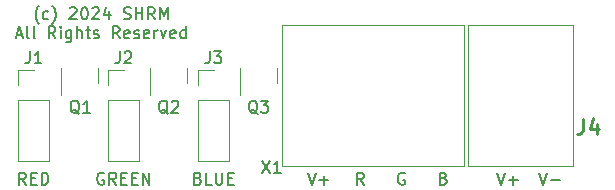
<source format=gbr>
%TF.GenerationSoftware,KiCad,Pcbnew,(6.0.8-1)-1*%
%TF.CreationDate,2024-02-23T21:37:45-06:00*%
%TF.ProjectId,RGB LED Interface,52474220-4c45-4442-9049-6e7465726661,rev?*%
%TF.SameCoordinates,Original*%
%TF.FileFunction,Legend,Top*%
%TF.FilePolarity,Positive*%
%FSLAX46Y46*%
G04 Gerber Fmt 4.6, Leading zero omitted, Abs format (unit mm)*
G04 Created by KiCad (PCBNEW (6.0.8-1)-1) date 2024-02-23 21:37:45*
%MOMM*%
%LPD*%
G01*
G04 APERTURE LIST*
%ADD10C,0.150000*%
%ADD11C,0.254000*%
%ADD12C,0.120000*%
%ADD13C,0.100000*%
G04 APERTURE END LIST*
D10*
X135561904Y-81100000D02*
X135466666Y-81052380D01*
X135323809Y-81052380D01*
X135180952Y-81100000D01*
X135085714Y-81195238D01*
X135038095Y-81290476D01*
X134990476Y-81480952D01*
X134990476Y-81623809D01*
X135038095Y-81814285D01*
X135085714Y-81909523D01*
X135180952Y-82004761D01*
X135323809Y-82052380D01*
X135419047Y-82052380D01*
X135561904Y-82004761D01*
X135609523Y-81957142D01*
X135609523Y-81623809D01*
X135419047Y-81623809D01*
X110093333Y-81100000D02*
X109998095Y-81052380D01*
X109855238Y-81052380D01*
X109712380Y-81100000D01*
X109617142Y-81195238D01*
X109569523Y-81290476D01*
X109521904Y-81480952D01*
X109521904Y-81623809D01*
X109569523Y-81814285D01*
X109617142Y-81909523D01*
X109712380Y-82004761D01*
X109855238Y-82052380D01*
X109950476Y-82052380D01*
X110093333Y-82004761D01*
X110140952Y-81957142D01*
X110140952Y-81623809D01*
X109950476Y-81623809D01*
X111140952Y-82052380D02*
X110807619Y-81576190D01*
X110569523Y-82052380D02*
X110569523Y-81052380D01*
X110950476Y-81052380D01*
X111045714Y-81100000D01*
X111093333Y-81147619D01*
X111140952Y-81242857D01*
X111140952Y-81385714D01*
X111093333Y-81480952D01*
X111045714Y-81528571D01*
X110950476Y-81576190D01*
X110569523Y-81576190D01*
X111569523Y-81528571D02*
X111902857Y-81528571D01*
X112045714Y-82052380D02*
X111569523Y-82052380D01*
X111569523Y-81052380D01*
X112045714Y-81052380D01*
X112474285Y-81528571D02*
X112807619Y-81528571D01*
X112950476Y-82052380D02*
X112474285Y-82052380D01*
X112474285Y-81052380D01*
X112950476Y-81052380D01*
X113379047Y-82052380D02*
X113379047Y-81052380D01*
X113950476Y-82052380D01*
X113950476Y-81052380D01*
X132109523Y-82052380D02*
X131776190Y-81576190D01*
X131538095Y-82052380D02*
X131538095Y-81052380D01*
X131919047Y-81052380D01*
X132014285Y-81100000D01*
X132061904Y-81147619D01*
X132109523Y-81242857D01*
X132109523Y-81385714D01*
X132061904Y-81480952D01*
X132014285Y-81528571D01*
X131919047Y-81576190D01*
X131538095Y-81576190D01*
X103497142Y-82052380D02*
X103163809Y-81576190D01*
X102925714Y-82052380D02*
X102925714Y-81052380D01*
X103306666Y-81052380D01*
X103401904Y-81100000D01*
X103449523Y-81147619D01*
X103497142Y-81242857D01*
X103497142Y-81385714D01*
X103449523Y-81480952D01*
X103401904Y-81528571D01*
X103306666Y-81576190D01*
X102925714Y-81576190D01*
X103925714Y-81528571D02*
X104259047Y-81528571D01*
X104401904Y-82052380D02*
X103925714Y-82052380D01*
X103925714Y-81052380D01*
X104401904Y-81052380D01*
X104830476Y-82052380D02*
X104830476Y-81052380D01*
X105068571Y-81052380D01*
X105211428Y-81100000D01*
X105306666Y-81195238D01*
X105354285Y-81290476D01*
X105401904Y-81480952D01*
X105401904Y-81623809D01*
X105354285Y-81814285D01*
X105306666Y-81909523D01*
X105211428Y-82004761D01*
X105068571Y-82052380D01*
X104830476Y-82052380D01*
X146947619Y-81052380D02*
X147280952Y-82052380D01*
X147614285Y-81052380D01*
X147947619Y-81671428D02*
X148709523Y-81671428D01*
X104590476Y-68428333D02*
X104542857Y-68380714D01*
X104447619Y-68237857D01*
X104400000Y-68142619D01*
X104352380Y-67999761D01*
X104304761Y-67761666D01*
X104304761Y-67571190D01*
X104352380Y-67333095D01*
X104400000Y-67190238D01*
X104447619Y-67095000D01*
X104542857Y-66952142D01*
X104590476Y-66904523D01*
X105400000Y-67999761D02*
X105304761Y-68047380D01*
X105114285Y-68047380D01*
X105019047Y-67999761D01*
X104971428Y-67952142D01*
X104923809Y-67856904D01*
X104923809Y-67571190D01*
X104971428Y-67475952D01*
X105019047Y-67428333D01*
X105114285Y-67380714D01*
X105304761Y-67380714D01*
X105400000Y-67428333D01*
X105733333Y-68428333D02*
X105780952Y-68380714D01*
X105876190Y-68237857D01*
X105923809Y-68142619D01*
X105971428Y-67999761D01*
X106019047Y-67761666D01*
X106019047Y-67571190D01*
X105971428Y-67333095D01*
X105923809Y-67190238D01*
X105876190Y-67095000D01*
X105780952Y-66952142D01*
X105733333Y-66904523D01*
X107209523Y-67142619D02*
X107257142Y-67095000D01*
X107352380Y-67047380D01*
X107590476Y-67047380D01*
X107685714Y-67095000D01*
X107733333Y-67142619D01*
X107780952Y-67237857D01*
X107780952Y-67333095D01*
X107733333Y-67475952D01*
X107161904Y-68047380D01*
X107780952Y-68047380D01*
X108400000Y-67047380D02*
X108495238Y-67047380D01*
X108590476Y-67095000D01*
X108638095Y-67142619D01*
X108685714Y-67237857D01*
X108733333Y-67428333D01*
X108733333Y-67666428D01*
X108685714Y-67856904D01*
X108638095Y-67952142D01*
X108590476Y-67999761D01*
X108495238Y-68047380D01*
X108400000Y-68047380D01*
X108304761Y-67999761D01*
X108257142Y-67952142D01*
X108209523Y-67856904D01*
X108161904Y-67666428D01*
X108161904Y-67428333D01*
X108209523Y-67237857D01*
X108257142Y-67142619D01*
X108304761Y-67095000D01*
X108400000Y-67047380D01*
X109114285Y-67142619D02*
X109161904Y-67095000D01*
X109257142Y-67047380D01*
X109495238Y-67047380D01*
X109590476Y-67095000D01*
X109638095Y-67142619D01*
X109685714Y-67237857D01*
X109685714Y-67333095D01*
X109638095Y-67475952D01*
X109066666Y-68047380D01*
X109685714Y-68047380D01*
X110542857Y-67380714D02*
X110542857Y-68047380D01*
X110304761Y-66999761D02*
X110066666Y-67714047D01*
X110685714Y-67714047D01*
X111780952Y-67999761D02*
X111923809Y-68047380D01*
X112161904Y-68047380D01*
X112257142Y-67999761D01*
X112304761Y-67952142D01*
X112352380Y-67856904D01*
X112352380Y-67761666D01*
X112304761Y-67666428D01*
X112257142Y-67618809D01*
X112161904Y-67571190D01*
X111971428Y-67523571D01*
X111876190Y-67475952D01*
X111828571Y-67428333D01*
X111780952Y-67333095D01*
X111780952Y-67237857D01*
X111828571Y-67142619D01*
X111876190Y-67095000D01*
X111971428Y-67047380D01*
X112209523Y-67047380D01*
X112352380Y-67095000D01*
X112780952Y-68047380D02*
X112780952Y-67047380D01*
X112780952Y-67523571D02*
X113352380Y-67523571D01*
X113352380Y-68047380D02*
X113352380Y-67047380D01*
X114400000Y-68047380D02*
X114066666Y-67571190D01*
X113828571Y-68047380D02*
X113828571Y-67047380D01*
X114209523Y-67047380D01*
X114304761Y-67095000D01*
X114352380Y-67142619D01*
X114400000Y-67237857D01*
X114400000Y-67380714D01*
X114352380Y-67475952D01*
X114304761Y-67523571D01*
X114209523Y-67571190D01*
X113828571Y-67571190D01*
X114828571Y-68047380D02*
X114828571Y-67047380D01*
X115161904Y-67761666D01*
X115495238Y-67047380D01*
X115495238Y-68047380D01*
X102709523Y-69371666D02*
X103185714Y-69371666D01*
X102614285Y-69657380D02*
X102947619Y-68657380D01*
X103280952Y-69657380D01*
X103757142Y-69657380D02*
X103661904Y-69609761D01*
X103614285Y-69514523D01*
X103614285Y-68657380D01*
X104280952Y-69657380D02*
X104185714Y-69609761D01*
X104138095Y-69514523D01*
X104138095Y-68657380D01*
X105995238Y-69657380D02*
X105661904Y-69181190D01*
X105423809Y-69657380D02*
X105423809Y-68657380D01*
X105804761Y-68657380D01*
X105900000Y-68705000D01*
X105947619Y-68752619D01*
X105995238Y-68847857D01*
X105995238Y-68990714D01*
X105947619Y-69085952D01*
X105900000Y-69133571D01*
X105804761Y-69181190D01*
X105423809Y-69181190D01*
X106423809Y-69657380D02*
X106423809Y-68990714D01*
X106423809Y-68657380D02*
X106376190Y-68705000D01*
X106423809Y-68752619D01*
X106471428Y-68705000D01*
X106423809Y-68657380D01*
X106423809Y-68752619D01*
X107328571Y-68990714D02*
X107328571Y-69800238D01*
X107280952Y-69895476D01*
X107233333Y-69943095D01*
X107138095Y-69990714D01*
X106995238Y-69990714D01*
X106900000Y-69943095D01*
X107328571Y-69609761D02*
X107233333Y-69657380D01*
X107042857Y-69657380D01*
X106947619Y-69609761D01*
X106900000Y-69562142D01*
X106852380Y-69466904D01*
X106852380Y-69181190D01*
X106900000Y-69085952D01*
X106947619Y-69038333D01*
X107042857Y-68990714D01*
X107233333Y-68990714D01*
X107328571Y-69038333D01*
X107804761Y-69657380D02*
X107804761Y-68657380D01*
X108233333Y-69657380D02*
X108233333Y-69133571D01*
X108185714Y-69038333D01*
X108090476Y-68990714D01*
X107947619Y-68990714D01*
X107852380Y-69038333D01*
X107804761Y-69085952D01*
X108566666Y-68990714D02*
X108947619Y-68990714D01*
X108709523Y-68657380D02*
X108709523Y-69514523D01*
X108757142Y-69609761D01*
X108852380Y-69657380D01*
X108947619Y-69657380D01*
X109233333Y-69609761D02*
X109328571Y-69657380D01*
X109519047Y-69657380D01*
X109614285Y-69609761D01*
X109661904Y-69514523D01*
X109661904Y-69466904D01*
X109614285Y-69371666D01*
X109519047Y-69324047D01*
X109376190Y-69324047D01*
X109280952Y-69276428D01*
X109233333Y-69181190D01*
X109233333Y-69133571D01*
X109280952Y-69038333D01*
X109376190Y-68990714D01*
X109519047Y-68990714D01*
X109614285Y-69038333D01*
X111423809Y-69657380D02*
X111090476Y-69181190D01*
X110852380Y-69657380D02*
X110852380Y-68657380D01*
X111233333Y-68657380D01*
X111328571Y-68705000D01*
X111376190Y-68752619D01*
X111423809Y-68847857D01*
X111423809Y-68990714D01*
X111376190Y-69085952D01*
X111328571Y-69133571D01*
X111233333Y-69181190D01*
X110852380Y-69181190D01*
X112233333Y-69609761D02*
X112138095Y-69657380D01*
X111947619Y-69657380D01*
X111852380Y-69609761D01*
X111804761Y-69514523D01*
X111804761Y-69133571D01*
X111852380Y-69038333D01*
X111947619Y-68990714D01*
X112138095Y-68990714D01*
X112233333Y-69038333D01*
X112280952Y-69133571D01*
X112280952Y-69228809D01*
X111804761Y-69324047D01*
X112661904Y-69609761D02*
X112757142Y-69657380D01*
X112947619Y-69657380D01*
X113042857Y-69609761D01*
X113090476Y-69514523D01*
X113090476Y-69466904D01*
X113042857Y-69371666D01*
X112947619Y-69324047D01*
X112804761Y-69324047D01*
X112709523Y-69276428D01*
X112661904Y-69181190D01*
X112661904Y-69133571D01*
X112709523Y-69038333D01*
X112804761Y-68990714D01*
X112947619Y-68990714D01*
X113042857Y-69038333D01*
X113900000Y-69609761D02*
X113804761Y-69657380D01*
X113614285Y-69657380D01*
X113519047Y-69609761D01*
X113471428Y-69514523D01*
X113471428Y-69133571D01*
X113519047Y-69038333D01*
X113614285Y-68990714D01*
X113804761Y-68990714D01*
X113900000Y-69038333D01*
X113947619Y-69133571D01*
X113947619Y-69228809D01*
X113471428Y-69324047D01*
X114376190Y-69657380D02*
X114376190Y-68990714D01*
X114376190Y-69181190D02*
X114423809Y-69085952D01*
X114471428Y-69038333D01*
X114566666Y-68990714D01*
X114661904Y-68990714D01*
X114900000Y-68990714D02*
X115138095Y-69657380D01*
X115376190Y-68990714D01*
X116138095Y-69609761D02*
X116042857Y-69657380D01*
X115852380Y-69657380D01*
X115757142Y-69609761D01*
X115709523Y-69514523D01*
X115709523Y-69133571D01*
X115757142Y-69038333D01*
X115852380Y-68990714D01*
X116042857Y-68990714D01*
X116138095Y-69038333D01*
X116185714Y-69133571D01*
X116185714Y-69228809D01*
X115709523Y-69324047D01*
X117042857Y-69657380D02*
X117042857Y-68657380D01*
X117042857Y-69609761D02*
X116947619Y-69657380D01*
X116757142Y-69657380D01*
X116661904Y-69609761D01*
X116614285Y-69562142D01*
X116566666Y-69466904D01*
X116566666Y-69181190D01*
X116614285Y-69085952D01*
X116661904Y-69038333D01*
X116757142Y-68990714D01*
X116947619Y-68990714D01*
X117042857Y-69038333D01*
X143386819Y-81052380D02*
X143720152Y-82052380D01*
X144053485Y-81052380D01*
X144386819Y-81671428D02*
X145148723Y-81671428D01*
X144767771Y-82052380D02*
X144767771Y-81290476D01*
X127347619Y-81052380D02*
X127680952Y-82052380D01*
X128014285Y-81052380D01*
X128347619Y-81671428D02*
X129109523Y-81671428D01*
X128728571Y-82052380D02*
X128728571Y-81290476D01*
X138871428Y-81528571D02*
X139014285Y-81576190D01*
X139061904Y-81623809D01*
X139109523Y-81719047D01*
X139109523Y-81861904D01*
X139061904Y-81957142D01*
X139014285Y-82004761D01*
X138919047Y-82052380D01*
X138538095Y-82052380D01*
X138538095Y-81052380D01*
X138871428Y-81052380D01*
X138966666Y-81100000D01*
X139014285Y-81147619D01*
X139061904Y-81242857D01*
X139061904Y-81338095D01*
X139014285Y-81433333D01*
X138966666Y-81480952D01*
X138871428Y-81528571D01*
X138538095Y-81528571D01*
X118070476Y-81528571D02*
X118213333Y-81576190D01*
X118260952Y-81623809D01*
X118308571Y-81719047D01*
X118308571Y-81861904D01*
X118260952Y-81957142D01*
X118213333Y-82004761D01*
X118118095Y-82052380D01*
X117737142Y-82052380D01*
X117737142Y-81052380D01*
X118070476Y-81052380D01*
X118165714Y-81100000D01*
X118213333Y-81147619D01*
X118260952Y-81242857D01*
X118260952Y-81338095D01*
X118213333Y-81433333D01*
X118165714Y-81480952D01*
X118070476Y-81528571D01*
X117737142Y-81528571D01*
X119213333Y-82052380D02*
X118737142Y-82052380D01*
X118737142Y-81052380D01*
X119546666Y-81052380D02*
X119546666Y-81861904D01*
X119594285Y-81957142D01*
X119641904Y-82004761D01*
X119737142Y-82052380D01*
X119927619Y-82052380D01*
X120022857Y-82004761D01*
X120070476Y-81957142D01*
X120118095Y-81861904D01*
X120118095Y-81052380D01*
X120594285Y-81528571D02*
X120927619Y-81528571D01*
X121070476Y-82052380D02*
X120594285Y-82052380D01*
X120594285Y-81052380D01*
X121070476Y-81052380D01*
%TO.C,X1*%
X123490476Y-80052380D02*
X124157142Y-81052380D01*
X124157142Y-80052380D02*
X123490476Y-81052380D01*
X125061904Y-81052380D02*
X124490476Y-81052380D01*
X124776190Y-81052380D02*
X124776190Y-80052380D01*
X124680952Y-80195238D01*
X124585714Y-80290476D01*
X124490476Y-80338095D01*
%TO.C,J1*%
X103806666Y-70782380D02*
X103806666Y-71496666D01*
X103759047Y-71639523D01*
X103663809Y-71734761D01*
X103520952Y-71782380D01*
X103425714Y-71782380D01*
X104806666Y-71782380D02*
X104235238Y-71782380D01*
X104520952Y-71782380D02*
X104520952Y-70782380D01*
X104425714Y-70925238D01*
X104330476Y-71020476D01*
X104235238Y-71068095D01*
%TO.C,J2*%
X111426666Y-70782380D02*
X111426666Y-71496666D01*
X111379047Y-71639523D01*
X111283809Y-71734761D01*
X111140952Y-71782380D01*
X111045714Y-71782380D01*
X111855238Y-70877619D02*
X111902857Y-70830000D01*
X111998095Y-70782380D01*
X112236190Y-70782380D01*
X112331428Y-70830000D01*
X112379047Y-70877619D01*
X112426666Y-70972857D01*
X112426666Y-71068095D01*
X112379047Y-71210952D01*
X111807619Y-71782380D01*
X112426666Y-71782380D01*
%TO.C,J3*%
X119046666Y-70782380D02*
X119046666Y-71496666D01*
X118999047Y-71639523D01*
X118903809Y-71734761D01*
X118760952Y-71782380D01*
X118665714Y-71782380D01*
X119427619Y-70782380D02*
X120046666Y-70782380D01*
X119713333Y-71163333D01*
X119856190Y-71163333D01*
X119951428Y-71210952D01*
X119999047Y-71258571D01*
X120046666Y-71353809D01*
X120046666Y-71591904D01*
X119999047Y-71687142D01*
X119951428Y-71734761D01*
X119856190Y-71782380D01*
X119570476Y-71782380D01*
X119475238Y-71734761D01*
X119427619Y-71687142D01*
D11*
%TO.C,J4*%
X150676666Y-76504523D02*
X150676666Y-77411666D01*
X150616190Y-77593095D01*
X150495238Y-77714047D01*
X150313809Y-77774523D01*
X150192857Y-77774523D01*
X151825714Y-76927857D02*
X151825714Y-77774523D01*
X151523333Y-76444047D02*
X151220952Y-77351190D01*
X152007142Y-77351190D01*
D10*
%TO.C,Q3*%
X123104761Y-76047619D02*
X123009523Y-76000000D01*
X122914285Y-75904761D01*
X122771428Y-75761904D01*
X122676190Y-75714285D01*
X122580952Y-75714285D01*
X122628571Y-75952380D02*
X122533333Y-75904761D01*
X122438095Y-75809523D01*
X122390476Y-75619047D01*
X122390476Y-75285714D01*
X122438095Y-75095238D01*
X122533333Y-75000000D01*
X122628571Y-74952380D01*
X122819047Y-74952380D01*
X122914285Y-75000000D01*
X123009523Y-75095238D01*
X123057142Y-75285714D01*
X123057142Y-75619047D01*
X123009523Y-75809523D01*
X122914285Y-75904761D01*
X122819047Y-75952380D01*
X122628571Y-75952380D01*
X123390476Y-74952380D02*
X124009523Y-74952380D01*
X123676190Y-75333333D01*
X123819047Y-75333333D01*
X123914285Y-75380952D01*
X123961904Y-75428571D01*
X124009523Y-75523809D01*
X124009523Y-75761904D01*
X123961904Y-75857142D01*
X123914285Y-75904761D01*
X123819047Y-75952380D01*
X123533333Y-75952380D01*
X123438095Y-75904761D01*
X123390476Y-75857142D01*
%TO.C,Q2*%
X115504761Y-76047619D02*
X115409523Y-76000000D01*
X115314285Y-75904761D01*
X115171428Y-75761904D01*
X115076190Y-75714285D01*
X114980952Y-75714285D01*
X115028571Y-75952380D02*
X114933333Y-75904761D01*
X114838095Y-75809523D01*
X114790476Y-75619047D01*
X114790476Y-75285714D01*
X114838095Y-75095238D01*
X114933333Y-75000000D01*
X115028571Y-74952380D01*
X115219047Y-74952380D01*
X115314285Y-75000000D01*
X115409523Y-75095238D01*
X115457142Y-75285714D01*
X115457142Y-75619047D01*
X115409523Y-75809523D01*
X115314285Y-75904761D01*
X115219047Y-75952380D01*
X115028571Y-75952380D01*
X115838095Y-75047619D02*
X115885714Y-75000000D01*
X115980952Y-74952380D01*
X116219047Y-74952380D01*
X116314285Y-75000000D01*
X116361904Y-75047619D01*
X116409523Y-75142857D01*
X116409523Y-75238095D01*
X116361904Y-75380952D01*
X115790476Y-75952380D01*
X116409523Y-75952380D01*
%TO.C,Q1*%
X108004761Y-76047619D02*
X107909523Y-76000000D01*
X107814285Y-75904761D01*
X107671428Y-75761904D01*
X107576190Y-75714285D01*
X107480952Y-75714285D01*
X107528571Y-75952380D02*
X107433333Y-75904761D01*
X107338095Y-75809523D01*
X107290476Y-75619047D01*
X107290476Y-75285714D01*
X107338095Y-75095238D01*
X107433333Y-75000000D01*
X107528571Y-74952380D01*
X107719047Y-74952380D01*
X107814285Y-75000000D01*
X107909523Y-75095238D01*
X107957142Y-75285714D01*
X107957142Y-75619047D01*
X107909523Y-75809523D01*
X107814285Y-75904761D01*
X107719047Y-75952380D01*
X107528571Y-75952380D01*
X108909523Y-75952380D02*
X108338095Y-75952380D01*
X108623809Y-75952380D02*
X108623809Y-74952380D01*
X108528571Y-75095238D01*
X108433333Y-75190476D01*
X108338095Y-75238095D01*
D12*
%TO.C,X1*%
X125200000Y-80505000D02*
X140600000Y-80505000D01*
X140600000Y-80505000D02*
X140600000Y-68505000D01*
X140600000Y-68505000D02*
X125200000Y-68505000D01*
X125200000Y-68505000D02*
X125200000Y-80505000D01*
%TO.C,J1*%
X102810000Y-74930000D02*
X105470000Y-74930000D01*
X102810000Y-72330000D02*
X104140000Y-72330000D01*
X102810000Y-80070000D02*
X105470000Y-80070000D01*
X102810000Y-74930000D02*
X102810000Y-80070000D01*
X105470000Y-74930000D02*
X105470000Y-80070000D01*
X102810000Y-73660000D02*
X102810000Y-72330000D01*
%TO.C,J2*%
X113090000Y-74930000D02*
X113090000Y-80070000D01*
X110430000Y-73660000D02*
X110430000Y-72330000D01*
X110430000Y-80070000D02*
X113090000Y-80070000D01*
X110430000Y-74930000D02*
X113090000Y-74930000D01*
X110430000Y-74930000D02*
X110430000Y-80070000D01*
X110430000Y-72330000D02*
X111760000Y-72330000D01*
%TO.C,J3*%
X118050000Y-72330000D02*
X119380000Y-72330000D01*
X118050000Y-73660000D02*
X118050000Y-72330000D01*
X120710000Y-74930000D02*
X120710000Y-80070000D01*
X118050000Y-80070000D02*
X120710000Y-80070000D01*
X118050000Y-74930000D02*
X118050000Y-80070000D01*
X118050000Y-74930000D02*
X120710000Y-74930000D01*
D13*
%TO.C,J4*%
X140955000Y-68500000D02*
X140955000Y-80500000D01*
X149845000Y-68500000D02*
X140955000Y-68500000D01*
X149845000Y-80500000D02*
X149845000Y-68500000D01*
X140955000Y-80500000D02*
X149845000Y-80500000D01*
D12*
%TO.C,Q3*%
X124760000Y-72800000D02*
X124760000Y-73450000D01*
X121640000Y-72800000D02*
X121640000Y-72150000D01*
X124760000Y-72800000D02*
X124760000Y-72150000D01*
X121640000Y-72800000D02*
X121640000Y-74475000D01*
%TO.C,Q2*%
X114040000Y-72800000D02*
X114040000Y-74475000D01*
X117160000Y-72800000D02*
X117160000Y-73450000D01*
X114040000Y-72800000D02*
X114040000Y-72150000D01*
X117160000Y-72800000D02*
X117160000Y-72150000D01*
%TO.C,Q1*%
X109560000Y-72800000D02*
X109560000Y-73450000D01*
X106440000Y-72800000D02*
X106440000Y-74475000D01*
X109560000Y-72800000D02*
X109560000Y-72150000D01*
X106440000Y-72800000D02*
X106440000Y-72150000D01*
%TD*%
M02*

</source>
